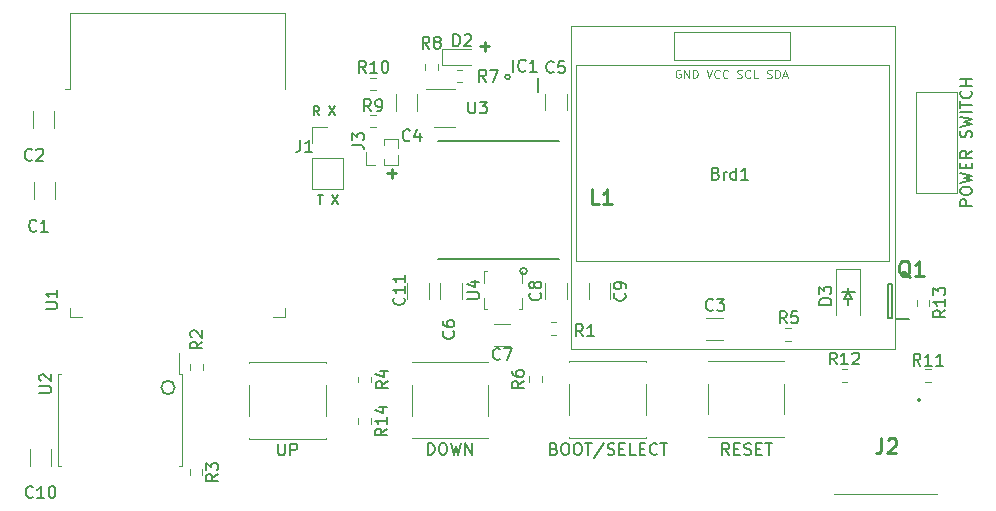
<source format=gbr>
%TF.GenerationSoftware,KiCad,Pcbnew,5.1.8-db9833491~87~ubuntu20.04.1*%
%TF.CreationDate,2020-12-02T18:26:53+05:30*%
%TF.ProjectId,open_authenticator,6f70656e-5f61-4757-9468-656e74696361,v01*%
%TF.SameCoordinates,Original*%
%TF.FileFunction,Legend,Top*%
%TF.FilePolarity,Positive*%
%FSLAX46Y46*%
G04 Gerber Fmt 4.6, Leading zero omitted, Abs format (unit mm)*
G04 Created by KiCad (PCBNEW 5.1.8-db9833491~87~ubuntu20.04.1) date 2020-12-02 18:26:53*
%MOMM*%
%LPD*%
G01*
G04 APERTURE LIST*
%ADD10C,0.250000*%
%ADD11C,0.125000*%
%ADD12C,0.187500*%
%ADD13C,0.150000*%
%ADD14C,0.120000*%
%ADD15C,0.200000*%
%ADD16C,0.100000*%
%ADD17C,0.254000*%
G04 APERTURE END LIST*
D10*
X129590847Y-82875428D02*
X130352752Y-82875428D01*
X129971800Y-83256380D02*
X129971800Y-82494476D01*
D11*
X153861400Y-85525733D02*
X153961400Y-85559066D01*
X154128066Y-85559066D01*
X154194733Y-85525733D01*
X154228066Y-85492400D01*
X154261400Y-85425733D01*
X154261400Y-85359066D01*
X154228066Y-85292400D01*
X154194733Y-85259066D01*
X154128066Y-85225733D01*
X153994733Y-85192400D01*
X153928066Y-85159066D01*
X153894733Y-85125733D01*
X153861400Y-85059066D01*
X153861400Y-84992400D01*
X153894733Y-84925733D01*
X153928066Y-84892400D01*
X153994733Y-84859066D01*
X154161400Y-84859066D01*
X154261400Y-84892400D01*
X154561400Y-85559066D02*
X154561400Y-84859066D01*
X154728066Y-84859066D01*
X154828066Y-84892400D01*
X154894733Y-84959066D01*
X154928066Y-85025733D01*
X154961400Y-85159066D01*
X154961400Y-85259066D01*
X154928066Y-85392400D01*
X154894733Y-85459066D01*
X154828066Y-85525733D01*
X154728066Y-85559066D01*
X154561400Y-85559066D01*
X155228066Y-85359066D02*
X155561400Y-85359066D01*
X155161400Y-85559066D02*
X155394733Y-84859066D01*
X155628066Y-85559066D01*
X151338066Y-85525733D02*
X151438066Y-85559066D01*
X151604733Y-85559066D01*
X151671400Y-85525733D01*
X151704733Y-85492400D01*
X151738066Y-85425733D01*
X151738066Y-85359066D01*
X151704733Y-85292400D01*
X151671400Y-85259066D01*
X151604733Y-85225733D01*
X151471400Y-85192400D01*
X151404733Y-85159066D01*
X151371400Y-85125733D01*
X151338066Y-85059066D01*
X151338066Y-84992400D01*
X151371400Y-84925733D01*
X151404733Y-84892400D01*
X151471400Y-84859066D01*
X151638066Y-84859066D01*
X151738066Y-84892400D01*
X152438066Y-85492400D02*
X152404733Y-85525733D01*
X152304733Y-85559066D01*
X152238066Y-85559066D01*
X152138066Y-85525733D01*
X152071400Y-85459066D01*
X152038066Y-85392400D01*
X152004733Y-85259066D01*
X152004733Y-85159066D01*
X152038066Y-85025733D01*
X152071400Y-84959066D01*
X152138066Y-84892400D01*
X152238066Y-84859066D01*
X152304733Y-84859066D01*
X152404733Y-84892400D01*
X152438066Y-84925733D01*
X153071400Y-85559066D02*
X152738066Y-85559066D01*
X152738066Y-84859066D01*
X148748866Y-84859066D02*
X148982200Y-85559066D01*
X149215533Y-84859066D01*
X149848866Y-85492400D02*
X149815533Y-85525733D01*
X149715533Y-85559066D01*
X149648866Y-85559066D01*
X149548866Y-85525733D01*
X149482200Y-85459066D01*
X149448866Y-85392400D01*
X149415533Y-85259066D01*
X149415533Y-85159066D01*
X149448866Y-85025733D01*
X149482200Y-84959066D01*
X149548866Y-84892400D01*
X149648866Y-84859066D01*
X149715533Y-84859066D01*
X149815533Y-84892400D01*
X149848866Y-84925733D01*
X150548866Y-85492400D02*
X150515533Y-85525733D01*
X150415533Y-85559066D01*
X150348866Y-85559066D01*
X150248866Y-85525733D01*
X150182200Y-85459066D01*
X150148866Y-85392400D01*
X150115533Y-85259066D01*
X150115533Y-85159066D01*
X150148866Y-85025733D01*
X150182200Y-84959066D01*
X150248866Y-84892400D01*
X150348866Y-84859066D01*
X150415533Y-84859066D01*
X150515533Y-84892400D01*
X150548866Y-84925733D01*
X146532666Y-84867000D02*
X146466000Y-84833666D01*
X146366000Y-84833666D01*
X146266000Y-84867000D01*
X146199333Y-84933666D01*
X146166000Y-85000333D01*
X146132666Y-85133666D01*
X146132666Y-85233666D01*
X146166000Y-85367000D01*
X146199333Y-85433666D01*
X146266000Y-85500333D01*
X146366000Y-85533666D01*
X146432666Y-85533666D01*
X146532666Y-85500333D01*
X146566000Y-85467000D01*
X146566000Y-85233666D01*
X146432666Y-85233666D01*
X146866000Y-85533666D02*
X146866000Y-84833666D01*
X147266000Y-85533666D01*
X147266000Y-84833666D01*
X147599333Y-85533666D02*
X147599333Y-84833666D01*
X147766000Y-84833666D01*
X147866000Y-84867000D01*
X147932666Y-84933666D01*
X147966000Y-85000333D01*
X147999333Y-85133666D01*
X147999333Y-85233666D01*
X147966000Y-85367000D01*
X147932666Y-85433666D01*
X147866000Y-85500333D01*
X147766000Y-85533666D01*
X147599333Y-85533666D01*
D10*
X121691447Y-93619628D02*
X122453352Y-93619628D01*
X122072400Y-94000580D02*
X122072400Y-93238676D01*
D12*
X115830457Y-95423485D02*
X116259028Y-95423485D01*
X116044742Y-96173485D02*
X116044742Y-95423485D01*
X117009028Y-95423485D02*
X117509028Y-96173485D01*
X117509028Y-95423485D02*
X117009028Y-96173485D01*
X115946685Y-88705885D02*
X115696685Y-88348742D01*
X115518114Y-88705885D02*
X115518114Y-87955885D01*
X115803828Y-87955885D01*
X115875257Y-87991600D01*
X115910971Y-88027314D01*
X115946685Y-88098742D01*
X115946685Y-88205885D01*
X115910971Y-88277314D01*
X115875257Y-88313028D01*
X115803828Y-88348742D01*
X115518114Y-88348742D01*
X116768114Y-87955885D02*
X117268114Y-88705885D01*
X117268114Y-87955885D02*
X116768114Y-88705885D01*
D13*
X132100000Y-85450000D02*
G75*
G03*
X132100000Y-85450000I-200000J0D01*
G01*
X133532843Y-101900000D02*
G75*
G03*
X133532843Y-101900000I-282843J0D01*
G01*
X103720088Y-111750000D02*
G75*
G03*
X103720088Y-111750000I-570088J0D01*
G01*
X160700000Y-104750000D02*
X160700000Y-104250000D01*
X160700000Y-103700000D02*
X160700000Y-103300000D01*
X160350000Y-104250000D02*
X161050000Y-104250000D01*
X160700000Y-103700000D02*
X160350000Y-104250000D01*
X161100000Y-104250000D02*
X160700000Y-103700000D01*
X161300000Y-103650000D02*
X160200000Y-103650000D01*
D14*
%TO.C,C11*%
X125235000Y-102863748D02*
X125235000Y-104286252D01*
X123415000Y-102863748D02*
X123415000Y-104286252D01*
%TO.C,U4*%
X130120000Y-101890000D02*
X129890000Y-101890000D01*
X129890000Y-101890000D02*
X129890000Y-102865000D01*
X130120000Y-105110000D02*
X129890000Y-105110000D01*
X129890000Y-104135000D02*
X129890000Y-105110000D01*
X133110000Y-104135000D02*
X133110000Y-105110000D01*
X133110000Y-105110000D02*
X132880000Y-105110000D01*
X133110000Y-101860000D02*
X133110000Y-102865000D01*
%TO.C,Brd1*%
X164162000Y-84433000D02*
X163908000Y-84445000D01*
X164162000Y-101070000D02*
X164162000Y-84433000D01*
X160822000Y-101045000D02*
X164162000Y-101070000D01*
X160822000Y-84445000D02*
X163908000Y-84445000D01*
X146001000Y-81639000D02*
X146001000Y-84052000D01*
X155780000Y-84052000D02*
X146001000Y-84052000D01*
X155780000Y-81639000D02*
X155780000Y-84052000D01*
X146001000Y-81639000D02*
X155780000Y-81639000D01*
X137722000Y-84445000D02*
X160822000Y-84445000D01*
X137722000Y-101045000D02*
X137722000Y-84445000D01*
X160822000Y-101045000D02*
X137722000Y-101045000D01*
X137300000Y-108450000D02*
X137300000Y-81150000D01*
X164700000Y-108450000D02*
X137300000Y-108450000D01*
X164700000Y-81150000D02*
X164700000Y-108450000D01*
X137300000Y-81150000D02*
X164700000Y-81150000D01*
%TO.C,J3*%
X122645000Y-92910000D02*
X122645000Y-92107530D01*
X122645000Y-91492470D02*
X122645000Y-90690000D01*
X121440000Y-92910000D02*
X122645000Y-92910000D01*
X121440000Y-90690000D02*
X122645000Y-90690000D01*
X121440000Y-92910000D02*
X121440000Y-92363471D01*
X121440000Y-91236529D02*
X121440000Y-90690000D01*
X120680000Y-92910000D02*
X119920000Y-92910000D01*
X119920000Y-92910000D02*
X119920000Y-91800000D01*
%TO.C,C10*%
X93260000Y-116963748D02*
X93260000Y-118386252D01*
X91440000Y-116963748D02*
X91440000Y-118386252D01*
%TO.C,C2*%
X91690000Y-88363748D02*
X91690000Y-89786252D01*
X93510000Y-88363748D02*
X93510000Y-89786252D01*
%TO.C,C1*%
X93610000Y-95786252D02*
X93610000Y-94363748D01*
X91790000Y-95786252D02*
X91790000Y-94363748D01*
%TO.C,C3*%
X150136252Y-107710000D02*
X148713748Y-107710000D01*
X150136252Y-105890000D02*
X148713748Y-105890000D01*
%TO.C,C4*%
X124260000Y-86913748D02*
X124260000Y-88336252D01*
X122440000Y-86913748D02*
X122440000Y-88336252D01*
%TO.C,C5*%
X135090000Y-86863748D02*
X135090000Y-88286252D01*
X136910000Y-86863748D02*
X136910000Y-88286252D01*
%TO.C,C6*%
X126190000Y-102863748D02*
X126190000Y-104286252D01*
X128010000Y-102863748D02*
X128010000Y-104286252D01*
%TO.C,C7*%
X132136252Y-106390000D02*
X130713748Y-106390000D01*
X132136252Y-108210000D02*
X130713748Y-108210000D01*
%TO.C,C8*%
X136910000Y-102863748D02*
X136910000Y-104286252D01*
X135090000Y-102863748D02*
X135090000Y-104286252D01*
%TO.C,C9*%
X138790000Y-102863748D02*
X138790000Y-104286252D01*
X140610000Y-102863748D02*
X140610000Y-104286252D01*
%TO.C,D2*%
X126352500Y-84485000D02*
X128837500Y-84485000D01*
X126352500Y-83115000D02*
X126352500Y-84485000D01*
X128837500Y-83115000D02*
X126352500Y-83115000D01*
%TO.C,D3*%
X161700000Y-101750000D02*
X159700000Y-101750000D01*
X159700000Y-101750000D02*
X159700000Y-105650000D01*
X161700000Y-101750000D02*
X161700000Y-105650000D01*
D15*
%TO.C,IC1*%
X134500000Y-85550000D02*
X134500000Y-86750000D01*
%TO.C,J2*%
X166730000Y-112700000D02*
X166730000Y-112700000D01*
X166730000Y-112900000D02*
X166730000Y-112900000D01*
D16*
X159510000Y-120800000D02*
X168300000Y-120800000D01*
D15*
X166730000Y-112700000D02*
G75*
G02*
X166730000Y-112900000I0J-100000D01*
G01*
X166730000Y-112900000D02*
G75*
G02*
X166730000Y-112700000I0J100000D01*
G01*
%TO.C,L1*%
X126050000Y-100850000D02*
X136250000Y-100850000D01*
X136250000Y-90850000D02*
X126050000Y-90850000D01*
%TO.C,Q1*%
X165900000Y-105935000D02*
X164800000Y-105935000D01*
X164450000Y-102950000D02*
X164450000Y-105850000D01*
X164150000Y-102950000D02*
X164450000Y-102950000D01*
X164150000Y-105850000D02*
X164150000Y-102950000D01*
X164450000Y-105850000D02*
X164150000Y-105850000D01*
D14*
%TO.C,R1*%
X136012258Y-106227500D02*
X135537742Y-106227500D01*
X136012258Y-107272500D02*
X135537742Y-107272500D01*
%TO.C,R2*%
X105027500Y-109787742D02*
X105027500Y-110262258D01*
X106072500Y-109787742D02*
X106072500Y-110262258D01*
%TO.C,R3*%
X106022500Y-118687742D02*
X106022500Y-119162258D01*
X104977500Y-118687742D02*
X104977500Y-119162258D01*
%TO.C,R4*%
X119277500Y-111312258D02*
X119277500Y-110837742D01*
X120322500Y-111312258D02*
X120322500Y-110837742D01*
%TO.C,R5*%
X155862258Y-106752500D02*
X155387742Y-106752500D01*
X155862258Y-107797500D02*
X155387742Y-107797500D01*
%TO.C,R6*%
X133727500Y-111287258D02*
X133727500Y-110812742D01*
X134772500Y-111287258D02*
X134772500Y-110812742D01*
%TO.C,R7*%
X127587742Y-85922500D02*
X128062258Y-85922500D01*
X127587742Y-84877500D02*
X128062258Y-84877500D01*
%TO.C,R8*%
X124927500Y-84862258D02*
X124927500Y-84387742D01*
X125972500Y-84862258D02*
X125972500Y-84387742D01*
%TO.C,R9*%
X120762258Y-88677500D02*
X120287742Y-88677500D01*
X120762258Y-89722500D02*
X120287742Y-89722500D01*
%TO.C,R10*%
X120287742Y-85527500D02*
X120762258Y-85527500D01*
X120287742Y-86572500D02*
X120762258Y-86572500D01*
%TO.C,R11*%
X167737258Y-111247500D02*
X167262742Y-111247500D01*
X167737258Y-110202500D02*
X167262742Y-110202500D01*
%TO.C,R12*%
X160187742Y-111247500D02*
X160662258Y-111247500D01*
X160187742Y-110202500D02*
X160662258Y-110202500D01*
%TO.C,R13*%
X166577500Y-104812258D02*
X166577500Y-104337742D01*
X167622500Y-104812258D02*
X167622500Y-104337742D01*
%TO.C,R14*%
X119277500Y-114362742D02*
X119277500Y-114837258D01*
X120322500Y-114362742D02*
X120322500Y-114837258D01*
%TO.C,SW1*%
X116505000Y-109620000D02*
X110045000Y-109620000D01*
X116505000Y-114150000D02*
X116505000Y-111550000D01*
X116505000Y-116080000D02*
X110045000Y-116080000D01*
X110045000Y-114150000D02*
X110045000Y-111550000D01*
X116505000Y-116050000D02*
X116505000Y-116080000D01*
X116505000Y-109620000D02*
X116505000Y-109650000D01*
X110045000Y-109620000D02*
X110045000Y-109650000D01*
X110045000Y-116080000D02*
X110045000Y-116050000D01*
%TO.C,SW2*%
X130230000Y-109595000D02*
X130230000Y-109625000D01*
X130230000Y-116055000D02*
X130230000Y-116025000D01*
X123770000Y-116055000D02*
X123770000Y-116025000D01*
X123770000Y-109625000D02*
X123770000Y-109595000D01*
X130230000Y-111525000D02*
X130230000Y-114125000D01*
X123770000Y-109595000D02*
X130230000Y-109595000D01*
X123770000Y-111525000D02*
X123770000Y-114125000D01*
X123770000Y-116055000D02*
X130230000Y-116055000D01*
%TO.C,SW3*%
X143580000Y-109545000D02*
X137120000Y-109545000D01*
X143580000Y-114075000D02*
X143580000Y-111475000D01*
X143580000Y-116005000D02*
X137120000Y-116005000D01*
X137120000Y-114075000D02*
X137120000Y-111475000D01*
X143580000Y-115975000D02*
X143580000Y-116005000D01*
X143580000Y-109545000D02*
X143580000Y-109575000D01*
X137120000Y-109545000D02*
X137120000Y-109575000D01*
X137120000Y-116005000D02*
X137120000Y-115975000D01*
%TO.C,SW4*%
X148870000Y-115955000D02*
X148870000Y-115925000D01*
X148870000Y-109495000D02*
X148870000Y-109525000D01*
X155330000Y-109495000D02*
X155330000Y-109525000D01*
X155330000Y-115925000D02*
X155330000Y-115955000D01*
X148870000Y-114025000D02*
X148870000Y-111425000D01*
X155330000Y-115955000D02*
X148870000Y-115955000D01*
X155330000Y-114025000D02*
X155330000Y-111425000D01*
X155330000Y-109495000D02*
X148870000Y-109495000D01*
%TO.C,U1*%
X94830000Y-86455000D02*
X94450000Y-86455000D01*
X94830000Y-80035000D02*
X94830000Y-86455000D01*
X113070000Y-80035000D02*
X113070000Y-86455000D01*
X94830000Y-80035000D02*
X113070000Y-80035000D01*
X113070000Y-105780000D02*
X112070000Y-105780000D01*
X113070000Y-105000000D02*
X113070000Y-105780000D01*
X94830000Y-105780000D02*
X95830000Y-105780000D01*
X94830000Y-105000000D02*
X94830000Y-105780000D01*
%TO.C,U2*%
X93840000Y-114500000D02*
X93840000Y-118360000D01*
X93840000Y-118360000D02*
X94095000Y-118360000D01*
X93840000Y-114500000D02*
X93840000Y-110640000D01*
X93840000Y-110640000D02*
X94095000Y-110640000D01*
X104360000Y-114500000D02*
X104360000Y-118360000D01*
X104360000Y-118360000D02*
X104105000Y-118360000D01*
X104360000Y-114500000D02*
X104360000Y-110640000D01*
X104360000Y-110640000D02*
X104105000Y-110640000D01*
X104105000Y-110640000D02*
X104105000Y-108825000D01*
%TO.C,U3*%
X125650000Y-89660000D02*
X127450000Y-89660000D01*
X127450000Y-86440000D02*
X125000000Y-86440000D01*
%TO.C,J1*%
X115306800Y-94903600D02*
X117966800Y-94903600D01*
X115306800Y-92303600D02*
X115306800Y-94903600D01*
X117966800Y-92303600D02*
X117966800Y-94903600D01*
X115306800Y-92303600D02*
X117966800Y-92303600D01*
X115306800Y-91033600D02*
X115306800Y-89703600D01*
X115306800Y-89703600D02*
X116636800Y-89703600D01*
%TO.C,SW5*%
X169948800Y-86758200D02*
X166448800Y-86758200D01*
X169948800Y-95258200D02*
X166448800Y-95258200D01*
X166448800Y-95258200D02*
X166448800Y-86758200D01*
X169948800Y-95258200D02*
X169948800Y-86758200D01*
%TO.C,C11*%
D13*
X123102642Y-104147857D02*
X123150261Y-104195476D01*
X123197880Y-104338333D01*
X123197880Y-104433571D01*
X123150261Y-104576428D01*
X123055023Y-104671666D01*
X122959785Y-104719285D01*
X122769309Y-104766904D01*
X122626452Y-104766904D01*
X122435976Y-104719285D01*
X122340738Y-104671666D01*
X122245500Y-104576428D01*
X122197880Y-104433571D01*
X122197880Y-104338333D01*
X122245500Y-104195476D01*
X122293119Y-104147857D01*
X123197880Y-103195476D02*
X123197880Y-103766904D01*
X123197880Y-103481190D02*
X122197880Y-103481190D01*
X122340738Y-103576428D01*
X122435976Y-103671666D01*
X122483595Y-103766904D01*
X123197880Y-102243095D02*
X123197880Y-102814523D01*
X123197880Y-102528809D02*
X122197880Y-102528809D01*
X122340738Y-102624047D01*
X122435976Y-102719285D01*
X122483595Y-102814523D01*
%TO.C,U4*%
X128502380Y-104261904D02*
X129311904Y-104261904D01*
X129407142Y-104214285D01*
X129454761Y-104166666D01*
X129502380Y-104071428D01*
X129502380Y-103880952D01*
X129454761Y-103785714D01*
X129407142Y-103738095D01*
X129311904Y-103690476D01*
X128502380Y-103690476D01*
X128835714Y-102785714D02*
X129502380Y-102785714D01*
X128454761Y-103023809D02*
X129169047Y-103261904D01*
X129169047Y-102642857D01*
%TO.C,Brd1*%
X149533333Y-93632571D02*
X149676190Y-93680190D01*
X149723809Y-93727809D01*
X149771428Y-93823047D01*
X149771428Y-93965904D01*
X149723809Y-94061142D01*
X149676190Y-94108761D01*
X149580952Y-94156380D01*
X149200000Y-94156380D01*
X149200000Y-93156380D01*
X149533333Y-93156380D01*
X149628571Y-93204000D01*
X149676190Y-93251619D01*
X149723809Y-93346857D01*
X149723809Y-93442095D01*
X149676190Y-93537333D01*
X149628571Y-93584952D01*
X149533333Y-93632571D01*
X149200000Y-93632571D01*
X150200000Y-94156380D02*
X150200000Y-93489714D01*
X150200000Y-93680190D02*
X150247619Y-93584952D01*
X150295238Y-93537333D01*
X150390476Y-93489714D01*
X150485714Y-93489714D01*
X151247619Y-94156380D02*
X151247619Y-93156380D01*
X151247619Y-94108761D02*
X151152380Y-94156380D01*
X150961904Y-94156380D01*
X150866666Y-94108761D01*
X150819047Y-94061142D01*
X150771428Y-93965904D01*
X150771428Y-93680190D01*
X150819047Y-93584952D01*
X150866666Y-93537333D01*
X150961904Y-93489714D01*
X151152380Y-93489714D01*
X151247619Y-93537333D01*
X152247619Y-94156380D02*
X151676190Y-94156380D01*
X151961904Y-94156380D02*
X151961904Y-93156380D01*
X151866666Y-93299238D01*
X151771428Y-93394476D01*
X151676190Y-93442095D01*
%TO.C,J3*%
X118730780Y-91214533D02*
X119445066Y-91214533D01*
X119587923Y-91262152D01*
X119683161Y-91357390D01*
X119730780Y-91500247D01*
X119730780Y-91595485D01*
X118730780Y-90833580D02*
X118730780Y-90214533D01*
X119111733Y-90547866D01*
X119111733Y-90405009D01*
X119159352Y-90309771D01*
X119206971Y-90262152D01*
X119302209Y-90214533D01*
X119540304Y-90214533D01*
X119635542Y-90262152D01*
X119683161Y-90309771D01*
X119730780Y-90405009D01*
X119730780Y-90690723D01*
X119683161Y-90785961D01*
X119635542Y-90833580D01*
%TO.C,C10*%
X91707142Y-121007142D02*
X91659523Y-121054761D01*
X91516666Y-121102380D01*
X91421428Y-121102380D01*
X91278571Y-121054761D01*
X91183333Y-120959523D01*
X91135714Y-120864285D01*
X91088095Y-120673809D01*
X91088095Y-120530952D01*
X91135714Y-120340476D01*
X91183333Y-120245238D01*
X91278571Y-120150000D01*
X91421428Y-120102380D01*
X91516666Y-120102380D01*
X91659523Y-120150000D01*
X91707142Y-120197619D01*
X92659523Y-121102380D02*
X92088095Y-121102380D01*
X92373809Y-121102380D02*
X92373809Y-120102380D01*
X92278571Y-120245238D01*
X92183333Y-120340476D01*
X92088095Y-120388095D01*
X93278571Y-120102380D02*
X93373809Y-120102380D01*
X93469047Y-120150000D01*
X93516666Y-120197619D01*
X93564285Y-120292857D01*
X93611904Y-120483333D01*
X93611904Y-120721428D01*
X93564285Y-120911904D01*
X93516666Y-121007142D01*
X93469047Y-121054761D01*
X93373809Y-121102380D01*
X93278571Y-121102380D01*
X93183333Y-121054761D01*
X93135714Y-121007142D01*
X93088095Y-120911904D01*
X93040476Y-120721428D01*
X93040476Y-120483333D01*
X93088095Y-120292857D01*
X93135714Y-120197619D01*
X93183333Y-120150000D01*
X93278571Y-120102380D01*
%TO.C,C2*%
X91628933Y-92457142D02*
X91581314Y-92504761D01*
X91438457Y-92552380D01*
X91343219Y-92552380D01*
X91200361Y-92504761D01*
X91105123Y-92409523D01*
X91057504Y-92314285D01*
X91009885Y-92123809D01*
X91009885Y-91980952D01*
X91057504Y-91790476D01*
X91105123Y-91695238D01*
X91200361Y-91600000D01*
X91343219Y-91552380D01*
X91438457Y-91552380D01*
X91581314Y-91600000D01*
X91628933Y-91647619D01*
X92009885Y-91647619D02*
X92057504Y-91600000D01*
X92152742Y-91552380D01*
X92390838Y-91552380D01*
X92486076Y-91600000D01*
X92533695Y-91647619D01*
X92581314Y-91742857D01*
X92581314Y-91838095D01*
X92533695Y-91980952D01*
X91962266Y-92552380D01*
X92581314Y-92552380D01*
%TO.C,C1*%
X92009933Y-98451942D02*
X91962314Y-98499561D01*
X91819457Y-98547180D01*
X91724219Y-98547180D01*
X91581361Y-98499561D01*
X91486123Y-98404323D01*
X91438504Y-98309085D01*
X91390885Y-98118609D01*
X91390885Y-97975752D01*
X91438504Y-97785276D01*
X91486123Y-97690038D01*
X91581361Y-97594800D01*
X91724219Y-97547180D01*
X91819457Y-97547180D01*
X91962314Y-97594800D01*
X92009933Y-97642419D01*
X92962314Y-98547180D02*
X92390885Y-98547180D01*
X92676600Y-98547180D02*
X92676600Y-97547180D01*
X92581361Y-97690038D01*
X92486123Y-97785276D01*
X92390885Y-97832895D01*
%TO.C,C3*%
X149283333Y-105157142D02*
X149235714Y-105204761D01*
X149092857Y-105252380D01*
X148997619Y-105252380D01*
X148854761Y-105204761D01*
X148759523Y-105109523D01*
X148711904Y-105014285D01*
X148664285Y-104823809D01*
X148664285Y-104680952D01*
X148711904Y-104490476D01*
X148759523Y-104395238D01*
X148854761Y-104300000D01*
X148997619Y-104252380D01*
X149092857Y-104252380D01*
X149235714Y-104300000D01*
X149283333Y-104347619D01*
X149616666Y-104252380D02*
X150235714Y-104252380D01*
X149902380Y-104633333D01*
X150045238Y-104633333D01*
X150140476Y-104680952D01*
X150188095Y-104728571D01*
X150235714Y-104823809D01*
X150235714Y-105061904D01*
X150188095Y-105157142D01*
X150140476Y-105204761D01*
X150045238Y-105252380D01*
X149759523Y-105252380D01*
X149664285Y-105204761D01*
X149616666Y-105157142D01*
%TO.C,C4*%
X123633333Y-90807142D02*
X123585714Y-90854761D01*
X123442857Y-90902380D01*
X123347619Y-90902380D01*
X123204761Y-90854761D01*
X123109523Y-90759523D01*
X123061904Y-90664285D01*
X123014285Y-90473809D01*
X123014285Y-90330952D01*
X123061904Y-90140476D01*
X123109523Y-90045238D01*
X123204761Y-89950000D01*
X123347619Y-89902380D01*
X123442857Y-89902380D01*
X123585714Y-89950000D01*
X123633333Y-89997619D01*
X124490476Y-90235714D02*
X124490476Y-90902380D01*
X124252380Y-89854761D02*
X124014285Y-90569047D01*
X124633333Y-90569047D01*
%TO.C,C5*%
X135799533Y-85015342D02*
X135751914Y-85062961D01*
X135609057Y-85110580D01*
X135513819Y-85110580D01*
X135370961Y-85062961D01*
X135275723Y-84967723D01*
X135228104Y-84872485D01*
X135180485Y-84682009D01*
X135180485Y-84539152D01*
X135228104Y-84348676D01*
X135275723Y-84253438D01*
X135370961Y-84158200D01*
X135513819Y-84110580D01*
X135609057Y-84110580D01*
X135751914Y-84158200D01*
X135799533Y-84205819D01*
X136704295Y-84110580D02*
X136228104Y-84110580D01*
X136180485Y-84586771D01*
X136228104Y-84539152D01*
X136323342Y-84491533D01*
X136561438Y-84491533D01*
X136656676Y-84539152D01*
X136704295Y-84586771D01*
X136751914Y-84682009D01*
X136751914Y-84920104D01*
X136704295Y-85015342D01*
X136656676Y-85062961D01*
X136561438Y-85110580D01*
X136323342Y-85110580D01*
X136228104Y-85062961D01*
X136180485Y-85015342D01*
%TO.C,C6*%
X127307142Y-106991666D02*
X127354761Y-107039285D01*
X127402380Y-107182142D01*
X127402380Y-107277380D01*
X127354761Y-107420238D01*
X127259523Y-107515476D01*
X127164285Y-107563095D01*
X126973809Y-107610714D01*
X126830952Y-107610714D01*
X126640476Y-107563095D01*
X126545238Y-107515476D01*
X126450000Y-107420238D01*
X126402380Y-107277380D01*
X126402380Y-107182142D01*
X126450000Y-107039285D01*
X126497619Y-106991666D01*
X126402380Y-106134523D02*
X126402380Y-106325000D01*
X126450000Y-106420238D01*
X126497619Y-106467857D01*
X126640476Y-106563095D01*
X126830952Y-106610714D01*
X127211904Y-106610714D01*
X127307142Y-106563095D01*
X127354761Y-106515476D01*
X127402380Y-106420238D01*
X127402380Y-106229761D01*
X127354761Y-106134523D01*
X127307142Y-106086904D01*
X127211904Y-106039285D01*
X126973809Y-106039285D01*
X126878571Y-106086904D01*
X126830952Y-106134523D01*
X126783333Y-106229761D01*
X126783333Y-106420238D01*
X126830952Y-106515476D01*
X126878571Y-106563095D01*
X126973809Y-106610714D01*
%TO.C,C7*%
X131258333Y-109332142D02*
X131210714Y-109379761D01*
X131067857Y-109427380D01*
X130972619Y-109427380D01*
X130829761Y-109379761D01*
X130734523Y-109284523D01*
X130686904Y-109189285D01*
X130639285Y-108998809D01*
X130639285Y-108855952D01*
X130686904Y-108665476D01*
X130734523Y-108570238D01*
X130829761Y-108475000D01*
X130972619Y-108427380D01*
X131067857Y-108427380D01*
X131210714Y-108475000D01*
X131258333Y-108522619D01*
X131591666Y-108427380D02*
X132258333Y-108427380D01*
X131829761Y-109427380D01*
%TO.C,C8*%
X134646942Y-103747866D02*
X134694561Y-103795485D01*
X134742180Y-103938342D01*
X134742180Y-104033580D01*
X134694561Y-104176438D01*
X134599323Y-104271676D01*
X134504085Y-104319295D01*
X134313609Y-104366914D01*
X134170752Y-104366914D01*
X133980276Y-104319295D01*
X133885038Y-104271676D01*
X133789800Y-104176438D01*
X133742180Y-104033580D01*
X133742180Y-103938342D01*
X133789800Y-103795485D01*
X133837419Y-103747866D01*
X134170752Y-103176438D02*
X134123133Y-103271676D01*
X134075514Y-103319295D01*
X133980276Y-103366914D01*
X133932657Y-103366914D01*
X133837419Y-103319295D01*
X133789800Y-103271676D01*
X133742180Y-103176438D01*
X133742180Y-102985961D01*
X133789800Y-102890723D01*
X133837419Y-102843104D01*
X133932657Y-102795485D01*
X133980276Y-102795485D01*
X134075514Y-102843104D01*
X134123133Y-102890723D01*
X134170752Y-102985961D01*
X134170752Y-103176438D01*
X134218371Y-103271676D01*
X134265990Y-103319295D01*
X134361228Y-103366914D01*
X134551704Y-103366914D01*
X134646942Y-103319295D01*
X134694561Y-103271676D01*
X134742180Y-103176438D01*
X134742180Y-102985961D01*
X134694561Y-102890723D01*
X134646942Y-102843104D01*
X134551704Y-102795485D01*
X134361228Y-102795485D01*
X134265990Y-102843104D01*
X134218371Y-102890723D01*
X134170752Y-102985961D01*
%TO.C,C9*%
X141809742Y-103773266D02*
X141857361Y-103820885D01*
X141904980Y-103963742D01*
X141904980Y-104058980D01*
X141857361Y-104201838D01*
X141762123Y-104297076D01*
X141666885Y-104344695D01*
X141476409Y-104392314D01*
X141333552Y-104392314D01*
X141143076Y-104344695D01*
X141047838Y-104297076D01*
X140952600Y-104201838D01*
X140904980Y-104058980D01*
X140904980Y-103963742D01*
X140952600Y-103820885D01*
X141000219Y-103773266D01*
X141904980Y-103297076D02*
X141904980Y-103106600D01*
X141857361Y-103011361D01*
X141809742Y-102963742D01*
X141666885Y-102868504D01*
X141476409Y-102820885D01*
X141095457Y-102820885D01*
X141000219Y-102868504D01*
X140952600Y-102916123D01*
X140904980Y-103011361D01*
X140904980Y-103201838D01*
X140952600Y-103297076D01*
X141000219Y-103344695D01*
X141095457Y-103392314D01*
X141333552Y-103392314D01*
X141428790Y-103344695D01*
X141476409Y-103297076D01*
X141524028Y-103201838D01*
X141524028Y-103011361D01*
X141476409Y-102916123D01*
X141428790Y-102868504D01*
X141333552Y-102820885D01*
%TO.C,D2*%
X127311904Y-82852380D02*
X127311904Y-81852380D01*
X127550000Y-81852380D01*
X127692857Y-81900000D01*
X127788095Y-81995238D01*
X127835714Y-82090476D01*
X127883333Y-82280952D01*
X127883333Y-82423809D01*
X127835714Y-82614285D01*
X127788095Y-82709523D01*
X127692857Y-82804761D01*
X127550000Y-82852380D01*
X127311904Y-82852380D01*
X128264285Y-81947619D02*
X128311904Y-81900000D01*
X128407142Y-81852380D01*
X128645238Y-81852380D01*
X128740476Y-81900000D01*
X128788095Y-81947619D01*
X128835714Y-82042857D01*
X128835714Y-82138095D01*
X128788095Y-82280952D01*
X128216666Y-82852380D01*
X128835714Y-82852380D01*
%TO.C,D3*%
X159302380Y-104738095D02*
X158302380Y-104738095D01*
X158302380Y-104500000D01*
X158350000Y-104357142D01*
X158445238Y-104261904D01*
X158540476Y-104214285D01*
X158730952Y-104166666D01*
X158873809Y-104166666D01*
X159064285Y-104214285D01*
X159159523Y-104261904D01*
X159254761Y-104357142D01*
X159302380Y-104500000D01*
X159302380Y-104738095D01*
X158302380Y-103833333D02*
X158302380Y-103214285D01*
X158683333Y-103547619D01*
X158683333Y-103404761D01*
X158730952Y-103309523D01*
X158778571Y-103261904D01*
X158873809Y-103214285D01*
X159111904Y-103214285D01*
X159207142Y-103261904D01*
X159254761Y-103309523D01*
X159302380Y-103404761D01*
X159302380Y-103690476D01*
X159254761Y-103785714D01*
X159207142Y-103833333D01*
%TO.C,IC1*%
D15*
X132373809Y-85002380D02*
X132373809Y-84002380D01*
X133421428Y-84907142D02*
X133373809Y-84954761D01*
X133230952Y-85002380D01*
X133135714Y-85002380D01*
X132992857Y-84954761D01*
X132897619Y-84859523D01*
X132850000Y-84764285D01*
X132802380Y-84573809D01*
X132802380Y-84430952D01*
X132850000Y-84240476D01*
X132897619Y-84145238D01*
X132992857Y-84050000D01*
X133135714Y-84002380D01*
X133230952Y-84002380D01*
X133373809Y-84050000D01*
X133421428Y-84097619D01*
X134373809Y-85002380D02*
X133802380Y-85002380D01*
X134088095Y-85002380D02*
X134088095Y-84002380D01*
X133992857Y-84145238D01*
X133897619Y-84240476D01*
X133802380Y-84288095D01*
%TO.C,J2*%
D17*
X163556666Y-116054523D02*
X163556666Y-116961666D01*
X163496190Y-117143095D01*
X163375238Y-117264047D01*
X163193809Y-117324523D01*
X163072857Y-117324523D01*
X164100952Y-116175476D02*
X164161428Y-116115000D01*
X164282380Y-116054523D01*
X164584761Y-116054523D01*
X164705714Y-116115000D01*
X164766190Y-116175476D01*
X164826666Y-116296428D01*
X164826666Y-116417380D01*
X164766190Y-116598809D01*
X164040476Y-117324523D01*
X164826666Y-117324523D01*
%TO.C,L1*%
X139615333Y-96256323D02*
X139010571Y-96256323D01*
X139010571Y-94986323D01*
X140703904Y-96256323D02*
X139978190Y-96256323D01*
X140341047Y-96256323D02*
X140341047Y-94986323D01*
X140220095Y-95167752D01*
X140099142Y-95288704D01*
X139978190Y-95349180D01*
%TO.C,Q1*%
X165979047Y-102395476D02*
X165858095Y-102335000D01*
X165737142Y-102214047D01*
X165555714Y-102032619D01*
X165434761Y-101972142D01*
X165313809Y-101972142D01*
X165374285Y-102274523D02*
X165253333Y-102214047D01*
X165132380Y-102093095D01*
X165071904Y-101851190D01*
X165071904Y-101427857D01*
X165132380Y-101185952D01*
X165253333Y-101065000D01*
X165374285Y-101004523D01*
X165616190Y-101004523D01*
X165737142Y-101065000D01*
X165858095Y-101185952D01*
X165918571Y-101427857D01*
X165918571Y-101851190D01*
X165858095Y-102093095D01*
X165737142Y-102214047D01*
X165616190Y-102274523D01*
X165374285Y-102274523D01*
X167128095Y-102274523D02*
X166402380Y-102274523D01*
X166765238Y-102274523D02*
X166765238Y-101004523D01*
X166644285Y-101185952D01*
X166523333Y-101306904D01*
X166402380Y-101367380D01*
%TO.C,R1*%
D13*
X138283333Y-107411780D02*
X137950000Y-106935590D01*
X137711904Y-107411780D02*
X137711904Y-106411780D01*
X138092857Y-106411780D01*
X138188095Y-106459400D01*
X138235714Y-106507019D01*
X138283333Y-106602257D01*
X138283333Y-106745114D01*
X138235714Y-106840352D01*
X138188095Y-106887971D01*
X138092857Y-106935590D01*
X137711904Y-106935590D01*
X139235714Y-107411780D02*
X138664285Y-107411780D01*
X138950000Y-107411780D02*
X138950000Y-106411780D01*
X138854761Y-106554638D01*
X138759523Y-106649876D01*
X138664285Y-106697495D01*
%TO.C,R2*%
X106052380Y-107866666D02*
X105576190Y-108200000D01*
X106052380Y-108438095D02*
X105052380Y-108438095D01*
X105052380Y-108057142D01*
X105100000Y-107961904D01*
X105147619Y-107914285D01*
X105242857Y-107866666D01*
X105385714Y-107866666D01*
X105480952Y-107914285D01*
X105528571Y-107961904D01*
X105576190Y-108057142D01*
X105576190Y-108438095D01*
X105147619Y-107485714D02*
X105100000Y-107438095D01*
X105052380Y-107342857D01*
X105052380Y-107104761D01*
X105100000Y-107009523D01*
X105147619Y-106961904D01*
X105242857Y-106914285D01*
X105338095Y-106914285D01*
X105480952Y-106961904D01*
X106052380Y-107533333D01*
X106052380Y-106914285D01*
%TO.C,R3*%
X107382380Y-119091666D02*
X106906190Y-119425000D01*
X107382380Y-119663095D02*
X106382380Y-119663095D01*
X106382380Y-119282142D01*
X106430000Y-119186904D01*
X106477619Y-119139285D01*
X106572857Y-119091666D01*
X106715714Y-119091666D01*
X106810952Y-119139285D01*
X106858571Y-119186904D01*
X106906190Y-119282142D01*
X106906190Y-119663095D01*
X106382380Y-118758333D02*
X106382380Y-118139285D01*
X106763333Y-118472619D01*
X106763333Y-118329761D01*
X106810952Y-118234523D01*
X106858571Y-118186904D01*
X106953809Y-118139285D01*
X107191904Y-118139285D01*
X107287142Y-118186904D01*
X107334761Y-118234523D01*
X107382380Y-118329761D01*
X107382380Y-118615476D01*
X107334761Y-118710714D01*
X107287142Y-118758333D01*
%TO.C,R4*%
X121752380Y-111241666D02*
X121276190Y-111575000D01*
X121752380Y-111813095D02*
X120752380Y-111813095D01*
X120752380Y-111432142D01*
X120800000Y-111336904D01*
X120847619Y-111289285D01*
X120942857Y-111241666D01*
X121085714Y-111241666D01*
X121180952Y-111289285D01*
X121228571Y-111336904D01*
X121276190Y-111432142D01*
X121276190Y-111813095D01*
X121085714Y-110384523D02*
X121752380Y-110384523D01*
X120704761Y-110622619D02*
X121419047Y-110860714D01*
X121419047Y-110241666D01*
%TO.C,R5*%
X155533333Y-106302380D02*
X155200000Y-105826190D01*
X154961904Y-106302380D02*
X154961904Y-105302380D01*
X155342857Y-105302380D01*
X155438095Y-105350000D01*
X155485714Y-105397619D01*
X155533333Y-105492857D01*
X155533333Y-105635714D01*
X155485714Y-105730952D01*
X155438095Y-105778571D01*
X155342857Y-105826190D01*
X154961904Y-105826190D01*
X156438095Y-105302380D02*
X155961904Y-105302380D01*
X155914285Y-105778571D01*
X155961904Y-105730952D01*
X156057142Y-105683333D01*
X156295238Y-105683333D01*
X156390476Y-105730952D01*
X156438095Y-105778571D01*
X156485714Y-105873809D01*
X156485714Y-106111904D01*
X156438095Y-106207142D01*
X156390476Y-106254761D01*
X156295238Y-106302380D01*
X156057142Y-106302380D01*
X155961904Y-106254761D01*
X155914285Y-106207142D01*
%TO.C,R6*%
X133272380Y-111216666D02*
X132796190Y-111550000D01*
X133272380Y-111788095D02*
X132272380Y-111788095D01*
X132272380Y-111407142D01*
X132320000Y-111311904D01*
X132367619Y-111264285D01*
X132462857Y-111216666D01*
X132605714Y-111216666D01*
X132700952Y-111264285D01*
X132748571Y-111311904D01*
X132796190Y-111407142D01*
X132796190Y-111788095D01*
X132272380Y-110359523D02*
X132272380Y-110550000D01*
X132320000Y-110645238D01*
X132367619Y-110692857D01*
X132510476Y-110788095D01*
X132700952Y-110835714D01*
X133081904Y-110835714D01*
X133177142Y-110788095D01*
X133224761Y-110740476D01*
X133272380Y-110645238D01*
X133272380Y-110454761D01*
X133224761Y-110359523D01*
X133177142Y-110311904D01*
X133081904Y-110264285D01*
X132843809Y-110264285D01*
X132748571Y-110311904D01*
X132700952Y-110359523D01*
X132653333Y-110454761D01*
X132653333Y-110645238D01*
X132700952Y-110740476D01*
X132748571Y-110788095D01*
X132843809Y-110835714D01*
%TO.C,R7*%
X130083333Y-85852380D02*
X129750000Y-85376190D01*
X129511904Y-85852380D02*
X129511904Y-84852380D01*
X129892857Y-84852380D01*
X129988095Y-84900000D01*
X130035714Y-84947619D01*
X130083333Y-85042857D01*
X130083333Y-85185714D01*
X130035714Y-85280952D01*
X129988095Y-85328571D01*
X129892857Y-85376190D01*
X129511904Y-85376190D01*
X130416666Y-84852380D02*
X131083333Y-84852380D01*
X130654761Y-85852380D01*
%TO.C,R8*%
X125283333Y-83052380D02*
X124950000Y-82576190D01*
X124711904Y-83052380D02*
X124711904Y-82052380D01*
X125092857Y-82052380D01*
X125188095Y-82100000D01*
X125235714Y-82147619D01*
X125283333Y-82242857D01*
X125283333Y-82385714D01*
X125235714Y-82480952D01*
X125188095Y-82528571D01*
X125092857Y-82576190D01*
X124711904Y-82576190D01*
X125854761Y-82480952D02*
X125759523Y-82433333D01*
X125711904Y-82385714D01*
X125664285Y-82290476D01*
X125664285Y-82242857D01*
X125711904Y-82147619D01*
X125759523Y-82100000D01*
X125854761Y-82052380D01*
X126045238Y-82052380D01*
X126140476Y-82100000D01*
X126188095Y-82147619D01*
X126235714Y-82242857D01*
X126235714Y-82290476D01*
X126188095Y-82385714D01*
X126140476Y-82433333D01*
X126045238Y-82480952D01*
X125854761Y-82480952D01*
X125759523Y-82528571D01*
X125711904Y-82576190D01*
X125664285Y-82671428D01*
X125664285Y-82861904D01*
X125711904Y-82957142D01*
X125759523Y-83004761D01*
X125854761Y-83052380D01*
X126045238Y-83052380D01*
X126140476Y-83004761D01*
X126188095Y-82957142D01*
X126235714Y-82861904D01*
X126235714Y-82671428D01*
X126188095Y-82576190D01*
X126140476Y-82528571D01*
X126045238Y-82480952D01*
%TO.C,R9*%
X120333333Y-88352380D02*
X120000000Y-87876190D01*
X119761904Y-88352380D02*
X119761904Y-87352380D01*
X120142857Y-87352380D01*
X120238095Y-87400000D01*
X120285714Y-87447619D01*
X120333333Y-87542857D01*
X120333333Y-87685714D01*
X120285714Y-87780952D01*
X120238095Y-87828571D01*
X120142857Y-87876190D01*
X119761904Y-87876190D01*
X120809523Y-88352380D02*
X121000000Y-88352380D01*
X121095238Y-88304761D01*
X121142857Y-88257142D01*
X121238095Y-88114285D01*
X121285714Y-87923809D01*
X121285714Y-87542857D01*
X121238095Y-87447619D01*
X121190476Y-87400000D01*
X121095238Y-87352380D01*
X120904761Y-87352380D01*
X120809523Y-87400000D01*
X120761904Y-87447619D01*
X120714285Y-87542857D01*
X120714285Y-87780952D01*
X120761904Y-87876190D01*
X120809523Y-87923809D01*
X120904761Y-87971428D01*
X121095238Y-87971428D01*
X121190476Y-87923809D01*
X121238095Y-87876190D01*
X121285714Y-87780952D01*
%TO.C,R10*%
X119907142Y-85102380D02*
X119573809Y-84626190D01*
X119335714Y-85102380D02*
X119335714Y-84102380D01*
X119716666Y-84102380D01*
X119811904Y-84150000D01*
X119859523Y-84197619D01*
X119907142Y-84292857D01*
X119907142Y-84435714D01*
X119859523Y-84530952D01*
X119811904Y-84578571D01*
X119716666Y-84626190D01*
X119335714Y-84626190D01*
X120859523Y-85102380D02*
X120288095Y-85102380D01*
X120573809Y-85102380D02*
X120573809Y-84102380D01*
X120478571Y-84245238D01*
X120383333Y-84340476D01*
X120288095Y-84388095D01*
X121478571Y-84102380D02*
X121573809Y-84102380D01*
X121669047Y-84150000D01*
X121716666Y-84197619D01*
X121764285Y-84292857D01*
X121811904Y-84483333D01*
X121811904Y-84721428D01*
X121764285Y-84911904D01*
X121716666Y-85007142D01*
X121669047Y-85054761D01*
X121573809Y-85102380D01*
X121478571Y-85102380D01*
X121383333Y-85054761D01*
X121335714Y-85007142D01*
X121288095Y-84911904D01*
X121240476Y-84721428D01*
X121240476Y-84483333D01*
X121288095Y-84292857D01*
X121335714Y-84197619D01*
X121383333Y-84150000D01*
X121478571Y-84102380D01*
%TO.C,R11*%
X166857142Y-109902380D02*
X166523809Y-109426190D01*
X166285714Y-109902380D02*
X166285714Y-108902380D01*
X166666666Y-108902380D01*
X166761904Y-108950000D01*
X166809523Y-108997619D01*
X166857142Y-109092857D01*
X166857142Y-109235714D01*
X166809523Y-109330952D01*
X166761904Y-109378571D01*
X166666666Y-109426190D01*
X166285714Y-109426190D01*
X167809523Y-109902380D02*
X167238095Y-109902380D01*
X167523809Y-109902380D02*
X167523809Y-108902380D01*
X167428571Y-109045238D01*
X167333333Y-109140476D01*
X167238095Y-109188095D01*
X168761904Y-109902380D02*
X168190476Y-109902380D01*
X168476190Y-109902380D02*
X168476190Y-108902380D01*
X168380952Y-109045238D01*
X168285714Y-109140476D01*
X168190476Y-109188095D01*
%TO.C,R12*%
X159757142Y-109802380D02*
X159423809Y-109326190D01*
X159185714Y-109802380D02*
X159185714Y-108802380D01*
X159566666Y-108802380D01*
X159661904Y-108850000D01*
X159709523Y-108897619D01*
X159757142Y-108992857D01*
X159757142Y-109135714D01*
X159709523Y-109230952D01*
X159661904Y-109278571D01*
X159566666Y-109326190D01*
X159185714Y-109326190D01*
X160709523Y-109802380D02*
X160138095Y-109802380D01*
X160423809Y-109802380D02*
X160423809Y-108802380D01*
X160328571Y-108945238D01*
X160233333Y-109040476D01*
X160138095Y-109088095D01*
X161090476Y-108897619D02*
X161138095Y-108850000D01*
X161233333Y-108802380D01*
X161471428Y-108802380D01*
X161566666Y-108850000D01*
X161614285Y-108897619D01*
X161661904Y-108992857D01*
X161661904Y-109088095D01*
X161614285Y-109230952D01*
X161042857Y-109802380D01*
X161661904Y-109802380D01*
%TO.C,R13*%
X168952380Y-105192857D02*
X168476190Y-105526190D01*
X168952380Y-105764285D02*
X167952380Y-105764285D01*
X167952380Y-105383333D01*
X168000000Y-105288095D01*
X168047619Y-105240476D01*
X168142857Y-105192857D01*
X168285714Y-105192857D01*
X168380952Y-105240476D01*
X168428571Y-105288095D01*
X168476190Y-105383333D01*
X168476190Y-105764285D01*
X168952380Y-104240476D02*
X168952380Y-104811904D01*
X168952380Y-104526190D02*
X167952380Y-104526190D01*
X168095238Y-104621428D01*
X168190476Y-104716666D01*
X168238095Y-104811904D01*
X167952380Y-103907142D02*
X167952380Y-103288095D01*
X168333333Y-103621428D01*
X168333333Y-103478571D01*
X168380952Y-103383333D01*
X168428571Y-103335714D01*
X168523809Y-103288095D01*
X168761904Y-103288095D01*
X168857142Y-103335714D01*
X168904761Y-103383333D01*
X168952380Y-103478571D01*
X168952380Y-103764285D01*
X168904761Y-103859523D01*
X168857142Y-103907142D01*
%TO.C,R14*%
X121682380Y-115242857D02*
X121206190Y-115576190D01*
X121682380Y-115814285D02*
X120682380Y-115814285D01*
X120682380Y-115433333D01*
X120730000Y-115338095D01*
X120777619Y-115290476D01*
X120872857Y-115242857D01*
X121015714Y-115242857D01*
X121110952Y-115290476D01*
X121158571Y-115338095D01*
X121206190Y-115433333D01*
X121206190Y-115814285D01*
X121682380Y-114290476D02*
X121682380Y-114861904D01*
X121682380Y-114576190D02*
X120682380Y-114576190D01*
X120825238Y-114671428D01*
X120920476Y-114766666D01*
X120968095Y-114861904D01*
X121015714Y-113433333D02*
X121682380Y-113433333D01*
X120634761Y-113671428D02*
X121349047Y-113909523D01*
X121349047Y-113290476D01*
%TO.C,SW1*%
X112472885Y-116495580D02*
X112472885Y-117305104D01*
X112520504Y-117400342D01*
X112568123Y-117447961D01*
X112663361Y-117495580D01*
X112853838Y-117495580D01*
X112949076Y-117447961D01*
X112996695Y-117400342D01*
X113044314Y-117305104D01*
X113044314Y-116495580D01*
X113520504Y-117495580D02*
X113520504Y-116495580D01*
X113901457Y-116495580D01*
X113996695Y-116543200D01*
X114044314Y-116590819D01*
X114091933Y-116686057D01*
X114091933Y-116828914D01*
X114044314Y-116924152D01*
X113996695Y-116971771D01*
X113901457Y-117019390D01*
X113520504Y-117019390D01*
%TO.C,SW2*%
X125144447Y-117444780D02*
X125144447Y-116444780D01*
X125382542Y-116444780D01*
X125525400Y-116492400D01*
X125620638Y-116587638D01*
X125668257Y-116682876D01*
X125715876Y-116873352D01*
X125715876Y-117016209D01*
X125668257Y-117206685D01*
X125620638Y-117301923D01*
X125525400Y-117397161D01*
X125382542Y-117444780D01*
X125144447Y-117444780D01*
X126334923Y-116444780D02*
X126525400Y-116444780D01*
X126620638Y-116492400D01*
X126715876Y-116587638D01*
X126763495Y-116778114D01*
X126763495Y-117111447D01*
X126715876Y-117301923D01*
X126620638Y-117397161D01*
X126525400Y-117444780D01*
X126334923Y-117444780D01*
X126239685Y-117397161D01*
X126144447Y-117301923D01*
X126096828Y-117111447D01*
X126096828Y-116778114D01*
X126144447Y-116587638D01*
X126239685Y-116492400D01*
X126334923Y-116444780D01*
X127096828Y-116444780D02*
X127334923Y-117444780D01*
X127525400Y-116730495D01*
X127715876Y-117444780D01*
X127953971Y-116444780D01*
X128334923Y-117444780D02*
X128334923Y-116444780D01*
X128906352Y-117444780D01*
X128906352Y-116444780D01*
%TO.C,SW3*%
X135838180Y-116946371D02*
X135981038Y-116993990D01*
X136028657Y-117041609D01*
X136076276Y-117136847D01*
X136076276Y-117279704D01*
X136028657Y-117374942D01*
X135981038Y-117422561D01*
X135885800Y-117470180D01*
X135504847Y-117470180D01*
X135504847Y-116470180D01*
X135838180Y-116470180D01*
X135933419Y-116517800D01*
X135981038Y-116565419D01*
X136028657Y-116660657D01*
X136028657Y-116755895D01*
X135981038Y-116851133D01*
X135933419Y-116898752D01*
X135838180Y-116946371D01*
X135504847Y-116946371D01*
X136695323Y-116470180D02*
X136885800Y-116470180D01*
X136981038Y-116517800D01*
X137076276Y-116613038D01*
X137123895Y-116803514D01*
X137123895Y-117136847D01*
X137076276Y-117327323D01*
X136981038Y-117422561D01*
X136885800Y-117470180D01*
X136695323Y-117470180D01*
X136600085Y-117422561D01*
X136504847Y-117327323D01*
X136457228Y-117136847D01*
X136457228Y-116803514D01*
X136504847Y-116613038D01*
X136600085Y-116517800D01*
X136695323Y-116470180D01*
X137742942Y-116470180D02*
X137933419Y-116470180D01*
X138028657Y-116517800D01*
X138123895Y-116613038D01*
X138171514Y-116803514D01*
X138171514Y-117136847D01*
X138123895Y-117327323D01*
X138028657Y-117422561D01*
X137933419Y-117470180D01*
X137742942Y-117470180D01*
X137647704Y-117422561D01*
X137552466Y-117327323D01*
X137504847Y-117136847D01*
X137504847Y-116803514D01*
X137552466Y-116613038D01*
X137647704Y-116517800D01*
X137742942Y-116470180D01*
X138457228Y-116470180D02*
X139028657Y-116470180D01*
X138742942Y-117470180D02*
X138742942Y-116470180D01*
X140076276Y-116422561D02*
X139219133Y-117708276D01*
X140361990Y-117422561D02*
X140504847Y-117470180D01*
X140742942Y-117470180D01*
X140838180Y-117422561D01*
X140885800Y-117374942D01*
X140933419Y-117279704D01*
X140933419Y-117184466D01*
X140885800Y-117089228D01*
X140838180Y-117041609D01*
X140742942Y-116993990D01*
X140552466Y-116946371D01*
X140457228Y-116898752D01*
X140409609Y-116851133D01*
X140361990Y-116755895D01*
X140361990Y-116660657D01*
X140409609Y-116565419D01*
X140457228Y-116517800D01*
X140552466Y-116470180D01*
X140790561Y-116470180D01*
X140933419Y-116517800D01*
X141361990Y-116946371D02*
X141695323Y-116946371D01*
X141838180Y-117470180D02*
X141361990Y-117470180D01*
X141361990Y-116470180D01*
X141838180Y-116470180D01*
X142742942Y-117470180D02*
X142266752Y-117470180D01*
X142266752Y-116470180D01*
X143076276Y-116946371D02*
X143409609Y-116946371D01*
X143552466Y-117470180D02*
X143076276Y-117470180D01*
X143076276Y-116470180D01*
X143552466Y-116470180D01*
X144552466Y-117374942D02*
X144504847Y-117422561D01*
X144361990Y-117470180D01*
X144266752Y-117470180D01*
X144123895Y-117422561D01*
X144028657Y-117327323D01*
X143981038Y-117232085D01*
X143933419Y-117041609D01*
X143933419Y-116898752D01*
X143981038Y-116708276D01*
X144028657Y-116613038D01*
X144123895Y-116517800D01*
X144266752Y-116470180D01*
X144361990Y-116470180D01*
X144504847Y-116517800D01*
X144552466Y-116565419D01*
X144838180Y-116470180D02*
X145409609Y-116470180D01*
X145123895Y-117470180D02*
X145123895Y-116470180D01*
%TO.C,SW4*%
X150668219Y-117470180D02*
X150334885Y-116993990D01*
X150096790Y-117470180D02*
X150096790Y-116470180D01*
X150477742Y-116470180D01*
X150572980Y-116517800D01*
X150620600Y-116565419D01*
X150668219Y-116660657D01*
X150668219Y-116803514D01*
X150620600Y-116898752D01*
X150572980Y-116946371D01*
X150477742Y-116993990D01*
X150096790Y-116993990D01*
X151096790Y-116946371D02*
X151430123Y-116946371D01*
X151572980Y-117470180D02*
X151096790Y-117470180D01*
X151096790Y-116470180D01*
X151572980Y-116470180D01*
X151953933Y-117422561D02*
X152096790Y-117470180D01*
X152334885Y-117470180D01*
X152430123Y-117422561D01*
X152477742Y-117374942D01*
X152525361Y-117279704D01*
X152525361Y-117184466D01*
X152477742Y-117089228D01*
X152430123Y-117041609D01*
X152334885Y-116993990D01*
X152144409Y-116946371D01*
X152049171Y-116898752D01*
X152001552Y-116851133D01*
X151953933Y-116755895D01*
X151953933Y-116660657D01*
X152001552Y-116565419D01*
X152049171Y-116517800D01*
X152144409Y-116470180D01*
X152382504Y-116470180D01*
X152525361Y-116517800D01*
X152953933Y-116946371D02*
X153287266Y-116946371D01*
X153430123Y-117470180D02*
X152953933Y-117470180D01*
X152953933Y-116470180D01*
X153430123Y-116470180D01*
X153715838Y-116470180D02*
X154287266Y-116470180D01*
X154001552Y-117470180D02*
X154001552Y-116470180D01*
%TO.C,U1*%
X92792380Y-105091904D02*
X93601904Y-105091904D01*
X93697142Y-105044285D01*
X93744761Y-104996666D01*
X93792380Y-104901428D01*
X93792380Y-104710952D01*
X93744761Y-104615714D01*
X93697142Y-104568095D01*
X93601904Y-104520476D01*
X92792380Y-104520476D01*
X93792380Y-103520476D02*
X93792380Y-104091904D01*
X93792380Y-103806190D02*
X92792380Y-103806190D01*
X92935238Y-103901428D01*
X93030476Y-103996666D01*
X93078095Y-104091904D01*
%TO.C,U2*%
X92263980Y-112191704D02*
X93073504Y-112191704D01*
X93168742Y-112144085D01*
X93216361Y-112096466D01*
X93263980Y-112001228D01*
X93263980Y-111810752D01*
X93216361Y-111715514D01*
X93168742Y-111667895D01*
X93073504Y-111620276D01*
X92263980Y-111620276D01*
X92359219Y-111191704D02*
X92311600Y-111144085D01*
X92263980Y-111048847D01*
X92263980Y-110810752D01*
X92311600Y-110715514D01*
X92359219Y-110667895D01*
X92454457Y-110620276D01*
X92549695Y-110620276D01*
X92692552Y-110667895D01*
X93263980Y-111239323D01*
X93263980Y-110620276D01*
%TO.C,U3*%
X128588095Y-87552380D02*
X128588095Y-88361904D01*
X128635714Y-88457142D01*
X128683333Y-88504761D01*
X128778571Y-88552380D01*
X128969047Y-88552380D01*
X129064285Y-88504761D01*
X129111904Y-88457142D01*
X129159523Y-88361904D01*
X129159523Y-87552380D01*
X129540476Y-87552380D02*
X130159523Y-87552380D01*
X129826190Y-87933333D01*
X129969047Y-87933333D01*
X130064285Y-87980952D01*
X130111904Y-88028571D01*
X130159523Y-88123809D01*
X130159523Y-88361904D01*
X130111904Y-88457142D01*
X130064285Y-88504761D01*
X129969047Y-88552380D01*
X129683333Y-88552380D01*
X129588095Y-88504761D01*
X129540476Y-88457142D01*
%TO.C,J1*%
X114347666Y-90790780D02*
X114347666Y-91505066D01*
X114300047Y-91647923D01*
X114204809Y-91743161D01*
X114061952Y-91790780D01*
X113966714Y-91790780D01*
X115347666Y-91790780D02*
X114776238Y-91790780D01*
X115061952Y-91790780D02*
X115061952Y-90790780D01*
X114966714Y-90933638D01*
X114871476Y-91028876D01*
X114776238Y-91076495D01*
%TO.C,SW5*%
X171216580Y-96389152D02*
X170216580Y-96389152D01*
X170216580Y-96008200D01*
X170264200Y-95912961D01*
X170311819Y-95865342D01*
X170407057Y-95817723D01*
X170549914Y-95817723D01*
X170645152Y-95865342D01*
X170692771Y-95912961D01*
X170740390Y-96008200D01*
X170740390Y-96389152D01*
X170216580Y-95198676D02*
X170216580Y-95008200D01*
X170264200Y-94912961D01*
X170359438Y-94817723D01*
X170549914Y-94770104D01*
X170883247Y-94770104D01*
X171073723Y-94817723D01*
X171168961Y-94912961D01*
X171216580Y-95008200D01*
X171216580Y-95198676D01*
X171168961Y-95293914D01*
X171073723Y-95389152D01*
X170883247Y-95436771D01*
X170549914Y-95436771D01*
X170359438Y-95389152D01*
X170264200Y-95293914D01*
X170216580Y-95198676D01*
X170216580Y-94436771D02*
X171216580Y-94198676D01*
X170502295Y-94008200D01*
X171216580Y-93817723D01*
X170216580Y-93579628D01*
X170692771Y-93198676D02*
X170692771Y-92865342D01*
X171216580Y-92722485D02*
X171216580Y-93198676D01*
X170216580Y-93198676D01*
X170216580Y-92722485D01*
X171216580Y-91722485D02*
X170740390Y-92055819D01*
X171216580Y-92293914D02*
X170216580Y-92293914D01*
X170216580Y-91912961D01*
X170264200Y-91817723D01*
X170311819Y-91770104D01*
X170407057Y-91722485D01*
X170549914Y-91722485D01*
X170645152Y-91770104D01*
X170692771Y-91817723D01*
X170740390Y-91912961D01*
X170740390Y-92293914D01*
X171168961Y-90579628D02*
X171216580Y-90436771D01*
X171216580Y-90198676D01*
X171168961Y-90103438D01*
X171121342Y-90055819D01*
X171026104Y-90008200D01*
X170930866Y-90008200D01*
X170835628Y-90055819D01*
X170788009Y-90103438D01*
X170740390Y-90198676D01*
X170692771Y-90389152D01*
X170645152Y-90484390D01*
X170597533Y-90532009D01*
X170502295Y-90579628D01*
X170407057Y-90579628D01*
X170311819Y-90532009D01*
X170264200Y-90484390D01*
X170216580Y-90389152D01*
X170216580Y-90151057D01*
X170264200Y-90008200D01*
X170216580Y-89674866D02*
X171216580Y-89436771D01*
X170502295Y-89246295D01*
X171216580Y-89055819D01*
X170216580Y-88817723D01*
X171216580Y-88436771D02*
X170216580Y-88436771D01*
X170216580Y-88103438D02*
X170216580Y-87532009D01*
X171216580Y-87817723D02*
X170216580Y-87817723D01*
X171121342Y-86627247D02*
X171168961Y-86674866D01*
X171216580Y-86817723D01*
X171216580Y-86912961D01*
X171168961Y-87055819D01*
X171073723Y-87151057D01*
X170978485Y-87198676D01*
X170788009Y-87246295D01*
X170645152Y-87246295D01*
X170454676Y-87198676D01*
X170359438Y-87151057D01*
X170264200Y-87055819D01*
X170216580Y-86912961D01*
X170216580Y-86817723D01*
X170264200Y-86674866D01*
X170311819Y-86627247D01*
X171216580Y-86198676D02*
X170216580Y-86198676D01*
X170692771Y-86198676D02*
X170692771Y-85627247D01*
X171216580Y-85627247D02*
X170216580Y-85627247D01*
%TD*%
M02*

</source>
